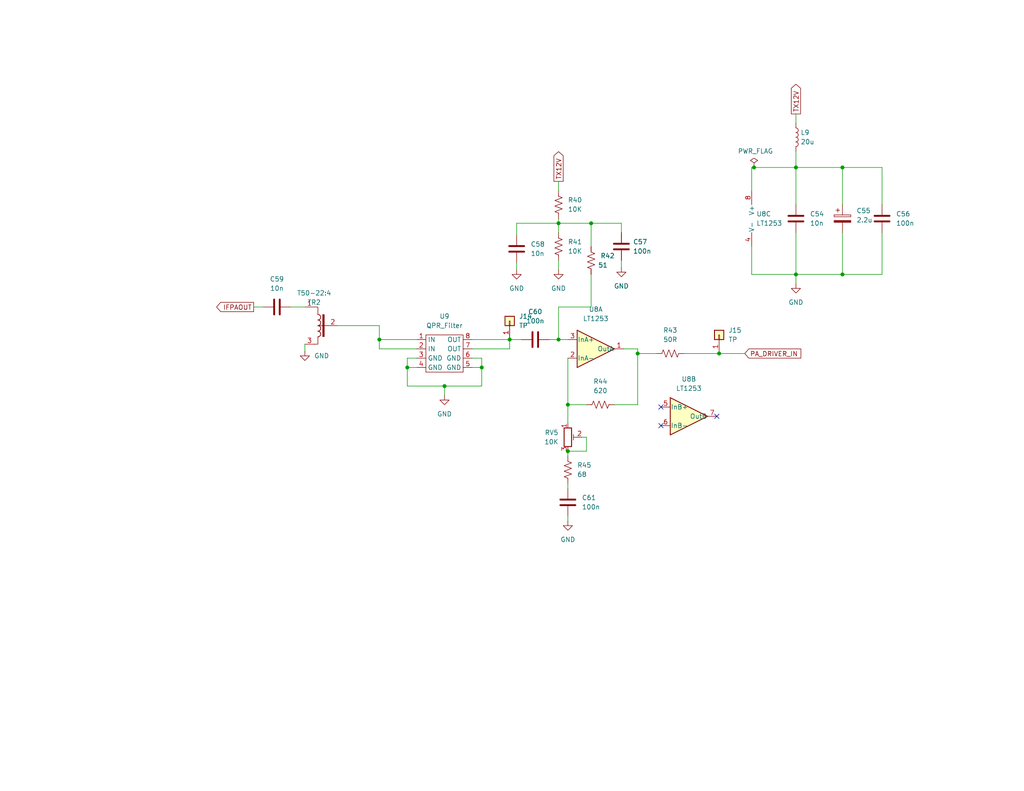
<source format=kicad_sch>
(kicad_sch (version 20211123) (generator eeschema)
  (paper "A")
  (title_block (title "Phoenix 612: RF AMP") (date "2022-08-31") (rev "0.1a") (company "DATER (Dave Peter)"))
  (lib_symbols
    (symbol "Connector_Generic:Conn_01x01" (pin_names (offset 1.016) hide)
      (property "Reference" "J" (at 0 2.54 0))
      (property "Value" "Conn_01x01" (at 0 -2.54 0))
      (symbol "Conn_01x01_1_1"
        (rectangle (start -1.27 0.127) (end 0 -0.127) (stroke (width 0.1524)))
        (rectangle (start -1.27 1.27) (end 1.27 -1.27) (stroke (width 0.254)) (fill (type background)))
        (pin passive line (at -5.08 0 0) (length 3.81) (name "Pin_1") (number "1"))
      )
    )
    (symbol "Custom_RF:LT1253" (pin_names (offset 0.127))
      (property "Reference" "U" (at 2.54 6.35 0))
      (property "Value" "LT1253" (at 1.27 -6.35 0))
      (symbol "LT1253_1_1"
        (polyline (pts (xy -5.08 5.08) (xy 5.08 0) (xy -5.08 -5.08) (xy -5.08 5.08)) (stroke (width 0.254)) (fill (type background)))
        (pin output line (at 7.62 0 180) (length 2.54) (name "OutA") (number "1"))
        (pin input line (at -7.62 -2.54 0) (length 2.54) (name "InA-") (number "2"))
        (pin input line (at -7.62 2.54 0) (length 2.54) (name "InA+") (number "3"))
      )
      (symbol "LT1253_2_1"
        (polyline (pts (xy -5.08 5.08) (xy 5.08 0) (xy -5.08 -5.08) (xy -5.08 5.08)) (stroke (width 0.254)) (fill (type background)))
        (pin input line (at -7.62 2.54 0) (length 2.54) (name "InB+") (number "5"))
        (pin input line (at -7.62 -2.54 0) (length 2.54) (name "InB-") (number "6"))
        (pin output line (at 7.62 0 180) (length 2.54) (name "OutB") (number "7"))
      )
      (symbol "LT1253_3_1"
        (pin power_in line (at -2.54 -7.62 90) (length 3.81) (name "V-") (number "4"))
        (pin power_in line (at -2.54 7.62 270) (length 3.81) (name "V+") (number "8"))
      )
    )
    (symbol "Custom_RF:QPR_Filter"
      (property "Reference" "U" (at 0 7.62 0))
      (property "Value" "QPR_Filter" (at 0 -7.62 0))
      (symbol "QPR_Filter_0_1"
        (rectangle (start -5.08 5.08) (end 5.08 -5.08))
      )
      (symbol "QPR_Filter_1_1"
        (pin bidirectional line (at -7.62 3.81 0) (length 2.54) (name "IN") (number "1"))
        (pin bidirectional line (at -7.62 1.27 0) (length 2.54) (name "IN") (number "2"))
        (pin power_in line (at -7.62 -1.27 0) (length 2.54) (name "GND") (number "3"))
        (pin power_in line (at -7.62 -3.81 0) (length 2.54) (name "GND") (number "4"))
        (pin power_in line (at 7.62 -3.81 180) (length 2.54) (name "GND") (number "5"))
        (pin power_in line (at 7.62 -1.27 180) (length 2.54) (name "GND") (number "6"))
        (pin bidirectional line (at 7.62 1.27 180) (length 2.54) (name "OUT") (number "7"))
        (pin bidirectional line (at 7.62 3.81 180) (length 2.54) (name "OUT") (number "8"))
      )
    )
    (symbol "Custom_RF:T50 " (pin_names (offset 0))
      (property "Reference" "TR" (at 0 6.35 0))
      (property "Value" "T50 " (at 0 -6.35 0))
      (symbol "T50 _0_1"
        (arc (start -1.524 -3.048) (mid -0.762 -2.286) (end -1.524 -1.524) (stroke (width 0.2032)))
        (arc (start -1.524 -1.524) (mid -0.762 -0.762) (end -1.524 0) (stroke (width 0.2032)))
        (arc (start -1.524 0) (mid -0.762 0.762) (end -1.524 1.524) (stroke (width 0.2032)))
        (arc (start -1.524 1.524) (mid -0.762 2.286) (end -1.524 3.048) (stroke (width 0.2032)))
        (rectangle (start -0.254 3.048) (end 0.254 -3.048) (stroke (width 0.0254)) (fill (type outline)))
        (polyline (pts (xy -1.524 0) (xy 1.27 0) (xy -1.27 0)) (fill (type outline)))
        (polyline (pts (xy -2.54 5.08) (xy -1.524 5.08) (xy -1.524 3.048) (xy -1.524 3.048)) (stroke (width 0.1524)))
        (polyline (pts (xy -1.524 -3.048) (xy -1.524 -5.08) (xy -2.54 -5.08) (xy -2.54 -5.08)) (stroke (width 0.1524)))
      )
      (symbol "T50 _1_1"
        (pin passive line (at -5.08 5.08 0) (length 2.54) (name "~") (number "1"))
        (pin passive line (at 3.81 0 180) (length 2.54) (name "~") (number "2"))
        (pin passive line (at -5.08 -5.08 0) (length 2.54) (name "~") (number "3"))
      )
    )
    (symbol "Device:C" (pin_numbers hide) (pin_names (offset 0.254))
      (property "Reference" "C" (at 0.635 2.54 0))
      (property "Value" "C" (at 0.635 -2.54 0))
      (symbol "C_0_1"
        (polyline (pts (xy -2.032 -0.762) (xy 2.032 -0.762)) (stroke (width 0.508)))
        (polyline (pts (xy -2.032 0.762) (xy 2.032 0.762)) (stroke (width 0.508)))
      )
      (symbol "C_1_1"
        (pin passive line (at 0 3.81 270) (length 2.794) (name "~") (number "1"))
        (pin passive line (at 0 -3.81 90) (length 2.794) (name "~") (number "2"))
      )
    )
    (symbol "Device:C_Polarized" (pin_numbers hide) (pin_names (offset 0.254))
      (property "Reference" "C" (at 0.635 2.54 0))
      (property "Value" "C_Polarized" (at 0.635 -2.54 0))
      (symbol "C_Polarized_0_1"
        (rectangle (start -2.286 0.508) (end 2.286 1.016))
        (polyline (pts (xy -1.778 2.286) (xy -0.762 2.286)))
        (polyline (pts (xy -1.27 2.794) (xy -1.27 1.778)))
        (rectangle (start 2.286 -0.508) (end -2.286 -1.016) (fill (type outline)))
      )
      (symbol "C_Polarized_1_1"
        (pin passive line (at 0 3.81 270) (length 2.794) (name "~") (number "1"))
        (pin passive line (at 0 -3.81 90) (length 2.794) (name "~") (number "2"))
      )
    )
    (symbol "Device:L" (pin_numbers hide) (pin_names (offset 1.016) hide)
      (property "Reference" "L" (at -1.27 0 90))
      (property "Value" "L" (at 1.905 0 90))
      (symbol "L_0_1"
        (arc (start 0 -2.54) (mid 0.635 -1.905) (end 0 -1.27))
        (arc (start 0 -1.27) (mid 0.635 -0.635) (end 0 0))
        (arc (start 0 0) (mid 0.635 0.635) (end 0 1.27))
        (arc (start 0 1.27) (mid 0.635 1.905) (end 0 2.54))
      )
      (symbol "L_1_1"
        (pin passive line (at 0 3.81 270) (length 1.27) (name "1") (number "1"))
        (pin passive line (at 0 -3.81 90) (length 1.27) (name "2") (number "2"))
      )
    )
    (symbol "Device:R_Potentiometer_Trim" (pin_names (offset 1.016) hide)
      (property "Reference" "RV" (at -4.445 0 90))
      (property "Value" "R_Potentiometer_Trim" (at -2.54 0 90))
      (symbol "R_Potentiometer_Trim_0_1"
        (polyline (pts (xy 1.524 0.762) (xy 1.524 -0.762)))
        (polyline (pts (xy 2.54 0) (xy 1.524 0)))
        (rectangle (start 1.016 2.54) (end -1.016 -2.54) (stroke (width 0.254)))
      )
      (symbol "R_Potentiometer_Trim_1_1"
        (pin passive line (at 0 3.81 270) (length 1.27) (name "1") (number "1"))
        (pin passive line (at 3.81 0 180) (length 1.27) (name "2") (number "2"))
        (pin passive line (at 0 -3.81 90) (length 1.27) (name "3") (number "3"))
      )
    )
    (symbol "Device:R_US" (pin_numbers hide) (pin_names (offset 0))
      (property "Reference" "R" (at 2.54 0 90))
      (property "Value" "R_US" (at -2.54 0 90))
      (symbol "R_US_0_1"
        (polyline (pts (xy 0 -2.286) (xy 0 -2.54)))
        (polyline (pts (xy 0 2.286) (xy 0 2.54)))
        (polyline (pts (xy 0 -0.762) (xy 1.016 -1.143) (xy 0 -1.524) (xy -1.016 -1.905) (xy 0 -2.286)))
        (polyline (pts (xy 0 0.762) (xy 1.016 0.381) (xy 0 0) (xy -1.016 -0.381) (xy 0 -0.762)))
        (polyline (pts (xy 0 2.286) (xy 1.016 1.905) (xy 0 1.524) (xy -1.016 1.143) (xy 0 0.762)))
      )
      (symbol "R_US_1_1"
        (pin passive line (at 0 3.81 270) (length 1.27) (name "~") (number "1"))
        (pin passive line (at 0 -3.81 90) (length 1.27) (name "~") (number "2"))
      )
    )
    (symbol "power:GND" (power) (pin_names (offset 0))
      (property "Value" "GND" (at 0 -3.81 0))
      (symbol "GND_0_1"
        (polyline (pts (xy 0 0) (xy 0 -1.27) (xy 1.27 -1.27) (xy 0 -2.54) (xy -1.27 -1.27) (xy 0 -1.27)))
      )
      (symbol "GND_1_1"
        (pin power_in line (at 0 0 270) (length 0) hide (name "GND") (number "1"))
      )
    )
    (symbol "power:PWR_FLAG" (power) (pin_numbers hide) (pin_names (offset 0) hide)
      (property "Value" "PWR_FLAG" (at 0 3.81 0))
      (symbol "PWR_FLAG_0_0"
        (pin power_out line (at 0 0 90) (length 0) (name "pwr") (number "1"))
      )
      (symbol "PWR_FLAG_0_1"
        (polyline (pts (xy 0 0) (xy 0 1.27) (xy -1.016 1.905) (xy 0 2.54) (xy 1.016 1.905) (xy 0 1.27)))
      )
    )
  )
  (junction (at 152.4 60.96))
  (junction (at 217.17 74.93))
  (junction (at 229.87 74.93))
  (junction (at 152.4 92.71))
  (junction (at 121.285 105.41))
  (junction (at 161.29 60.96))
  (junction (at 103.505 92.71))
  (junction (at 154.94 110.49))
  (junction (at 229.87 45.72))
  (junction (at 217.17 45.72))
  (junction (at 154.94 123.19))
  (junction (at 111.125 100.33))
  (junction (at 173.99 96.52))
  (junction (at 205.74 45.72))
  (junction (at 131.445 100.33))
  (junction (at 139.065 92.71))
  (junction (at 196.215 96.52))
  (no_connect (at 180.34 111.125))
  (no_connect (at 180.34 116.205))
  (no_connect (at 195.58 113.665))
  (wire (pts (xy 103.505 95.25) (xy 113.665 95.25)))
  (wire (pts (xy 205.105 74.93) (xy 217.17 74.93)))
  (wire (pts (xy 152.4 71.12) (xy 152.4 73.66)))
  (wire (pts (xy 128.905 95.25) (xy 139.065 95.25)))
  (wire (pts (xy 152.4 59.69) (xy 152.4 60.96)))
  (wire (pts (xy 152.4 60.96) (xy 161.29 60.96)))
  (wire (pts (xy 169.545 73.025) (xy 169.545 71.12)))
  (wire (pts (xy 229.87 63.5) (xy 229.87 74.93)))
  (wire (pts (xy 161.29 60.96) (xy 161.29 67.31)))
  (wire (pts (xy 167.64 110.49) (xy 173.99 110.49)))
  (wire (pts (xy 139.065 92.71) (xy 139.065 95.25)))
  (wire (pts (xy 205.74 45.72) (xy 205.105 45.72)))
  (wire (pts (xy 170.18 95.25) (xy 173.99 95.25)))
  (wire (pts (xy 152.4 92.71) (xy 154.94 92.71)))
  (wire (pts (xy 229.87 74.93) (xy 240.665 74.93)))
  (wire (pts (xy 217.17 31.115) (xy 217.17 33.655)))
  (wire (pts (xy 169.545 60.96) (xy 161.29 60.96)))
  (wire (pts (xy 160.02 119.38) (xy 160.02 123.19)))
  (wire (pts (xy 217.17 45.72) (xy 229.87 45.72)))
  (wire (pts (xy 128.905 100.33) (xy 131.445 100.33)))
  (wire (pts (xy 128.905 97.79) (xy 131.445 97.79)))
  (wire (pts (xy 154.94 132.08) (xy 154.94 133.35)))
  (wire (pts (xy 103.505 95.25) (xy 103.505 92.71)))
  (wire (pts (xy 161.29 83.82) (xy 152.4 83.82)))
  (wire (pts (xy 217.17 63.5) (xy 217.17 74.93)))
  (wire (pts (xy 152.4 49.53) (xy 152.4 52.07)))
  (wire (pts (xy 217.17 74.93) (xy 229.87 74.93)))
  (wire (pts (xy 140.97 73.66) (xy 140.97 71.755)))
  (wire (pts (xy 131.445 97.79) (xy 131.445 100.33)))
  (wire (pts (xy 169.545 60.96) (xy 169.545 63.5)))
  (wire (pts (xy 240.665 45.72) (xy 240.665 55.88)))
  (wire (pts (xy 217.17 74.93) (xy 217.17 77.47)))
  (wire (pts (xy 217.17 41.275) (xy 217.17 45.72)))
  (wire (pts (xy 173.99 96.52) (xy 173.99 110.49)))
  (wire (pts (xy 69.215 83.82) (xy 71.755 83.82)))
  (wire (pts (xy 217.17 45.72) (xy 205.74 45.72)))
  (wire (pts (xy 205.105 67.31) (xy 205.105 74.93)))
  (wire (pts (xy 121.285 105.41) (xy 131.445 105.41)))
  (wire (pts (xy 152.4 60.96) (xy 152.4 63.5)))
  (wire (pts (xy 83.185 93.98) (xy 83.185 95.885)))
  (wire (pts (xy 111.125 100.33) (xy 113.665 100.33)))
  (wire (pts (xy 111.125 97.79) (xy 111.125 100.33)))
  (wire (pts (xy 158.75 119.38) (xy 160.02 119.38)))
  (wire (pts (xy 240.665 74.93) (xy 240.665 63.5)))
  (wire (pts (xy 173.99 96.52) (xy 179.07 96.52)))
  (wire (pts (xy 152.4 60.96) (xy 140.97 60.96)))
  (wire (pts (xy 161.29 74.93) (xy 161.29 83.82)))
  (wire (pts (xy 217.17 45.72) (xy 217.17 55.88)))
  (wire (pts (xy 154.94 140.97) (xy 154.94 142.24)))
  (wire (pts (xy 111.125 100.33) (xy 111.125 105.41)))
  (wire (pts (xy 79.375 83.82) (xy 83.185 83.82)))
  (wire (pts (xy 139.065 92.71) (xy 142.24 92.71)))
  (wire (pts (xy 154.94 123.19) (xy 160.02 123.19)))
  (wire (pts (xy 154.94 97.79) (xy 154.94 110.49)))
  (wire (pts (xy 196.215 96.52) (xy 203.2 96.52)))
  (wire (pts (xy 229.87 45.72) (xy 229.87 55.88)))
  (wire (pts (xy 154.94 110.49) (xy 154.94 115.57)))
  (wire (pts (xy 173.99 95.25) (xy 173.99 96.52)))
  (wire (pts (xy 149.86 92.71) (xy 152.4 92.71)))
  (wire (pts (xy 121.285 105.41) (xy 121.285 107.95)))
  (wire (pts (xy 154.94 123.19) (xy 154.94 124.46)))
  (wire (pts (xy 113.665 97.79) (xy 111.125 97.79)))
  (wire (pts (xy 140.97 60.96) (xy 140.97 64.135)))
  (wire (pts (xy 186.69 96.52) (xy 196.215 96.52)))
  (wire (pts (xy 103.505 88.9) (xy 103.505 92.71)))
  (wire (pts (xy 111.125 105.41) (xy 121.285 105.41)))
  (wire (pts (xy 128.905 92.71) (xy 139.065 92.71)))
  (wire (pts (xy 152.4 83.82) (xy 152.4 92.71)))
  (wire (pts (xy 103.505 92.71) (xy 113.665 92.71)))
  (wire (pts (xy 92.075 88.9) (xy 103.505 88.9)))
  (wire (pts (xy 131.445 105.41) (xy 131.445 100.33)))
  (wire (pts (xy 205.105 45.72) (xy 205.105 52.07)))
  (wire (pts (xy 154.94 110.49) (xy 160.02 110.49)))
  (wire (pts (xy 229.87 45.72) (xy 240.665 45.72)))
  (global_label "PA_DRIVER_IN" (shape input) (at 203.2 96.52 0) (property "Intersheet References" "${INTERSHEET_REFS}" (effects hide)))
  (global_label "TX12V" (shape output) (at 217.17 31.115 90) (property "Intersheet References" "${INTERSHEET_REFS}" (effects hide)))
  (global_label "TX12V" (shape output) (at 152.4 49.53 90) (property "Intersheet References" "${INTERSHEET_REFS}" (effects hide)))
  (global_label "IFPAOUT" (shape output) (at 69.215 83.82 180) (property "Intersheet References" "${INTERSHEET_REFS}" (effects hide)))
  (symbol (lib_id "Device:R_US") (at 163.83 110.49 90) (unit 1)
    (property "Reference" "R44" (at 163.83 104.14 90))
    (property "Value" "620" (at 163.83 106.68 90))
    (property "Footprint" "Resistor_SMD:R_1206_3216Metric" (effects hide))
  )
  (symbol (lib_id "Custom_RF:LT1253") (at 162.56 95.25 0) (unit 1)
    (property "Reference" "U8" (at 162.56 84.455 0))
    (property "Value" "LT1253" (at 162.56 86.995 0))
    (property "Footprint" "Package_DIP:DIP-8_W7.62mm" (effects hide))
    (property "Datasheet" "https://www.analog.com/media/en/technical-documentation/data-sheets/lt1253.pdf" (effects hide))
  )
  (symbol (lib_id "power:GND") (at 154.94 142.24 0) (unit 1)
    (property "Reference" "#PWR057" (effects hide))
    (property "Value" "GND" (at 154.94 147.32 0))
  )
  (symbol (lib_id "Custom_RF:LT1253") (at 187.96 113.665 0) (unit 2)
    (property "Reference" "U8" (at 187.96 103.505 0))
    (property "Value" "LT1253" (at 187.96 106.045 0))
    (property "Footprint" "Package_DIP:DIP-8_W7.62mm" (effects hide))
    (property "Datasheet" "https://www.analog.com/media/en/technical-documentation/data-sheets/lt1253.pdf" (effects hide))
  )
  (symbol (lib_id "Device:R_US") (at 154.94 128.27 0) (unit 1)
    (property "Reference" "R45" (at 157.48 126.9999 0) (effects (justify left)))
    (property "Value" "68" (at 157.48 129.5399 0) (effects (justify left)))
    (property "Footprint" "Resistor_SMD:R_1206_3216Metric" (effects hide))
  )
  (symbol (lib_id "power:GND") (at 83.185 95.885 0) (unit 1)
    (property "Reference" "#PWR055" (effects hide))
    (property "Value" "GND" (at 85.725 97.1549 0) (effects (justify left)))
  )
  (symbol (lib_id "Custom_RF:LT1253") (at 207.645 59.69 0) (unit 3)
    (property "Reference" "U8" (at 206.375 58.4199 0) (effects (justify left)))
    (property "Value" "LT1253" (at 206.375 60.9599 0) (effects (justify left)))
    (property "Footprint" "Package_DIP:DIP-8_W7.62mm" (effects hide))
    (property "Datasheet" "https://www.analog.com/media/en/technical-documentation/data-sheets/lt1253.pdf" (effects hide))
  )
  (symbol (lib_id "power:GND") (at 217.17 77.47 0) (unit 1)
    (property "Reference" "#PWR054" (effects hide))
    (property "Value" "GND" (at 217.17 82.55 0))
  )
  (symbol (lib_id "Device:C") (at 140.97 67.945 0) (unit 1)
    (property "Reference" "C58" (at 144.78 66.6749 0) (effects (justify left)))
    (property "Value" "10n" (at 144.78 69.2149 0) (effects (justify left)))
    (property "Footprint" "Capacitor_SMD:C_1206_3216Metric" (effects hide))
  )
  (symbol (lib_id "Device:R_US") (at 152.4 67.31 0) (unit 1)
    (property "Reference" "R41" (at 154.94 66.0399 0) (effects (justify left)))
    (property "Value" "10K" (at 154.94 68.5799 0) (effects (justify left)))
    (property "Footprint" "Resistor_SMD:R_1206_3216Metric" (effects hide))
  )
  (symbol (lib_id "power:GND") (at 140.97 73.66 0) (unit 1)
    (property "Reference" "#PWR052" (effects hide))
    (property "Value" "GND" (at 140.97 78.74 0))
  )
  (symbol (lib_id "Custom_RF:QPR_Filter") (at 121.285 96.52 0) (unit 1)
    (property "Reference" "U9" (at 121.285 86.36 0))
    (property "Value" "QPR_Filter" (at 121.285 88.9 0))
    (property "Footprint" "Custom_RF:QRPLabs_Filter_TH" (effects hide))
    (property "Datasheet" "https://www.qrp-labs.com/lpfkit.html" (effects hide))
  )
  (symbol (lib_id "power:GND") (at 169.545 73.025 0) (unit 1)
    (property "Reference" "#PWR051" (effects hide))
    (property "Value" "GND" (at 169.545 78.105 0))
  )
  (symbol (lib_id "Device:C") (at 240.665 59.69 0) (unit 1)
    (property "Reference" "C56" (at 244.475 58.4199 0) (effects (justify left)))
    (property "Value" "100n" (at 244.475 60.9599 0) (effects (justify left)))
    (property "Footprint" "Capacitor_SMD:C_1206_3216Metric" (effects hide))
  )
  (symbol (lib_id "Device:R_US") (at 152.4 55.88 0) (unit 1)
    (property "Reference" "R40" (at 154.94 54.6099 0) (effects (justify left)))
    (property "Value" "10K" (at 154.94 57.1499 0) (effects (justify left)))
    (property "Footprint" "Resistor_SMD:R_1206_3216Metric" (effects hide))
  )
  (symbol (lib_id "Device:L") (at 217.17 37.465 0) (unit 1)
    (property "Reference" "L9" (at 218.44 36.1949 0) (effects (justify left)))
    (property "Value" "20u" (at 218.44 38.7349 0) (effects (justify left)))
    (property "Footprint" "Inductor_SMD:L_1206_3216Metric" (effects hide))
  )
  (symbol (lib_id "Connector_Generic:Conn_01x01") (at 139.065 87.63 90) (unit 1)
    (property "Reference" "J14" (at 141.605 86.3599 90) (effects (justify right)))
    (property "Value" "TP" (at 141.605 88.8999 90) (effects (justify right)))
    (property "Footprint" "Connector_PinHeader_1.00mm:PinHeader_1x01_P1.00mm_Vertical" (effects hide))
  )
  (symbol (lib_id "Device:C") (at 169.545 67.31 0) (unit 1)
    (property "Reference" "C57" (at 172.72 66.0399 0) (effects (justify left)))
    (property "Value" "100n" (at 172.72 68.5799 0) (effects (justify left)))
    (property "Footprint" "Capacitor_SMD:C_1206_3216Metric" (effects hide))
  )
  (symbol (lib_id "Device:C") (at 217.17 59.69 0) (unit 1)
    (property "Reference" "C54" (at 220.98 58.4199 0) (effects (justify left)))
    (property "Value" "10n" (at 220.98 60.9599 0) (effects (justify left)))
    (property "Footprint" "Capacitor_SMD:C_1206_3216Metric" (effects hide))
  )
  (symbol (lib_id "Device:C") (at 154.94 137.16 0) (unit 1)
    (property "Reference" "C61" (at 158.75 135.8899 0) (effects (justify left)))
    (property "Value" "100n" (at 158.75 138.4299 0) (effects (justify left)))
    (property "Footprint" "Capacitor_SMD:C_1206_3216Metric" (effects hide))
  )
  (symbol (lib_id "power:GND") (at 152.4 73.66 0) (unit 1)
    (property "Reference" "#PWR053" (effects hide))
    (property "Value" "GND" (at 152.4 78.74 0))
  )
  (symbol (lib_id "Connector_Generic:Conn_01x01") (at 196.215 91.44 90) (unit 1)
    (property "Reference" "J15" (at 198.755 90.1699 90) (effects (justify right)))
    (property "Value" "TP" (at 198.755 92.7099 90) (effects (justify right)))
    (property "Footprint" "Connector_PinHeader_1.00mm:PinHeader_1x01_P1.00mm_Vertical" (effects hide))
  )
  (symbol (lib_id "Device:C") (at 75.565 83.82 90) (unit 1)
    (property "Reference" "C59" (at 75.565 76.2 90))
    (property "Value" "10n" (at 75.565 78.74 90))
    (property "Footprint" "Capacitor_SMD:C_1206_3216Metric" (effects hide))
  )
  (symbol (lib_id "Device:R_US") (at 161.29 71.12 180) (unit 1)
    (property "Reference" "R42" (at 163.83 69.85 0) (effects (justify right)))
    (property "Value" "51" (at 163.195 72.39 0) (effects (justify right)))
    (property "Footprint" "Resistor_SMD:R_1206_3216Metric" (effects hide))
  )
  (symbol (lib_id "Device:R_US") (at 182.88 96.52 90) (unit 1)
    (property "Reference" "R43" (at 182.88 90.17 90))
    (property "Value" "50R" (at 182.88 92.71 90))
    (property "Footprint" "Resistor_SMD:R_1206_3216Metric" (effects hide))
  )
  (symbol (lib_id "power:PWR_FLAG") (at 205.74 45.72 0) (unit 1)
    (property "Reference" "#FLG011" (effects hide))
    (property "Value" "PWR_FLAG" (at 201.295 41.275 0) (effects (justify left)))
  )
  (symbol (lib_id "Device:R_Potentiometer_Trim") (at 154.94 119.38 0) (unit 1)
    (property "Reference" "RV5" (at 152.4 118.1099 0) (effects (justify right)))
    (property "Value" "10K" (at 152.4 120.6499 0) (effects (justify right)))
    (property "Footprint" "Potentiometer_THT:Potentiometer_Bourns_3296W_Vertical" (effects hide))
  )
  (symbol (lib_id "Device:C") (at 146.05 92.71 90) (unit 1)
    (property "Reference" "C60" (at 146.05 85.09 90))
    (property "Value" "100n" (at 146.05 87.63 90))
    (property "Footprint" "Capacitor_SMD:C_1206_3216Metric" (effects hide))
  )
  (symbol (lib_id "Device:C_Polarized") (at 229.87 59.69 0) (unit 1)
    (property "Reference" "C55" (at 233.68 57.5309 0) (effects (justify left)))
    (property "Value" "2.2u" (at 233.68 60.0709 0) (effects (justify left)))
    (property "Footprint" "Capacitor_THT:CP_Radial_D8.0mm_P2.50mm" (effects hide))
  )
  (symbol (lib_id "Custom_RF:T50 ") (at 88.265 88.9 0) (unit 1)
    (property "Reference" "TR2" (at 85.725 82.55 0))
    (property "Value" "T50-22:4" (at 85.725 80.01 0))
    (property "Footprint" "Custom_RF:T50-1Tap-Close" (effects hide))
  )
  (symbol (lib_id "power:GND") (at 121.285 107.95 0) (unit 1)
    (property "Reference" "#PWR056" (effects hide))
    (property "Value" "GND" (at 121.285 113.03 0))
  )
)
</source>
